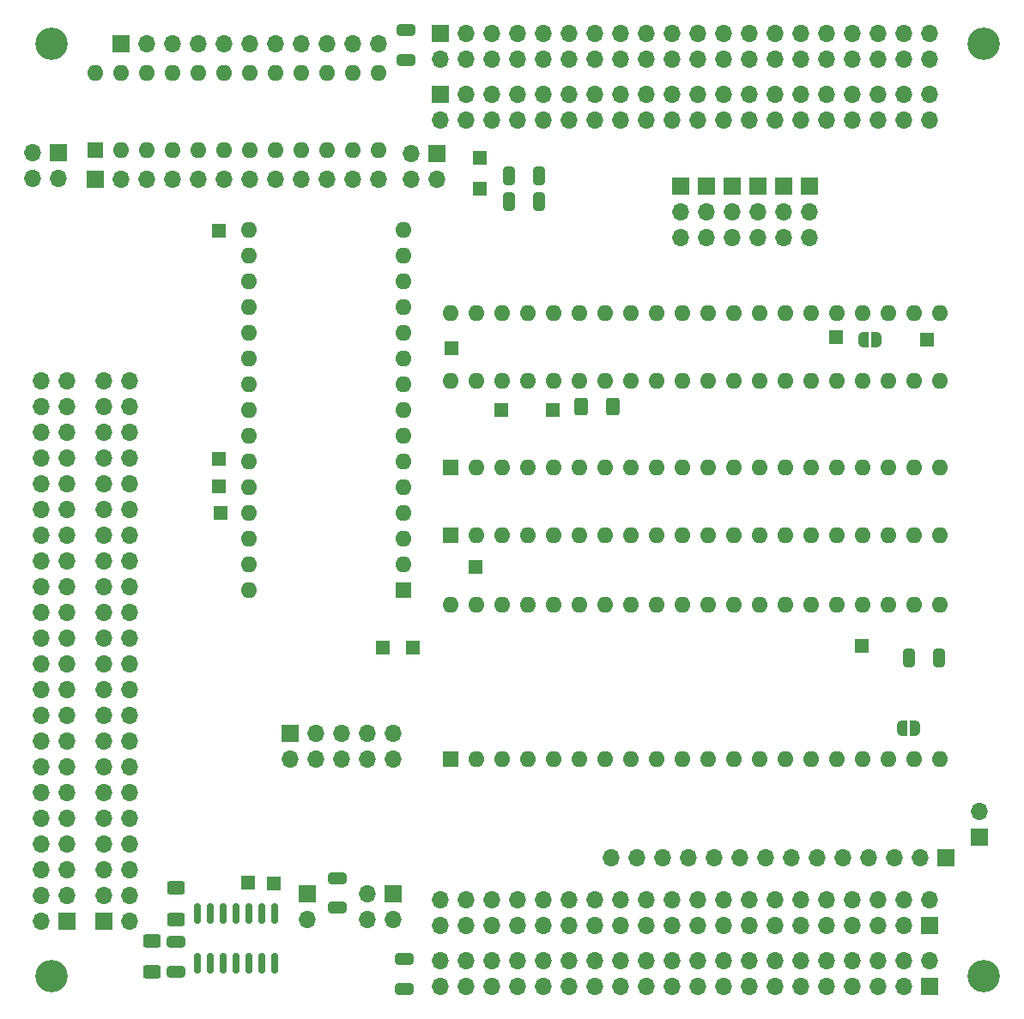
<source format=gbr>
%TF.GenerationSoftware,KiCad,Pcbnew,8.0.5-8.0.5-0~ubuntu22.04.1*%
%TF.CreationDate,2024-10-05T20:14:47+02:00*%
%TF.ProjectId,MP_Board,4d505f42-6f61-4726-942e-6b696361645f,rev?*%
%TF.SameCoordinates,Original*%
%TF.FileFunction,Soldermask,Bot*%
%TF.FilePolarity,Negative*%
%FSLAX46Y46*%
G04 Gerber Fmt 4.6, Leading zero omitted, Abs format (unit mm)*
G04 Created by KiCad (PCBNEW 8.0.5-8.0.5-0~ubuntu22.04.1) date 2024-10-05 20:14:47*
%MOMM*%
%LPD*%
G01*
G04 APERTURE LIST*
G04 Aperture macros list*
%AMRoundRect*
0 Rectangle with rounded corners*
0 $1 Rounding radius*
0 $2 $3 $4 $5 $6 $7 $8 $9 X,Y pos of 4 corners*
0 Add a 4 corners polygon primitive as box body*
4,1,4,$2,$3,$4,$5,$6,$7,$8,$9,$2,$3,0*
0 Add four circle primitives for the rounded corners*
1,1,$1+$1,$2,$3*
1,1,$1+$1,$4,$5*
1,1,$1+$1,$6,$7*
1,1,$1+$1,$8,$9*
0 Add four rect primitives between the rounded corners*
20,1,$1+$1,$2,$3,$4,$5,0*
20,1,$1+$1,$4,$5,$6,$7,0*
20,1,$1+$1,$6,$7,$8,$9,0*
20,1,$1+$1,$8,$9,$2,$3,0*%
%AMFreePoly0*
4,1,19,0.500000,-0.750000,0.000000,-0.750000,0.000000,-0.744911,-0.071157,-0.744911,-0.207708,-0.704816,-0.327430,-0.627875,-0.420627,-0.520320,-0.479746,-0.390866,-0.500000,-0.250000,-0.500000,0.250000,-0.479746,0.390866,-0.420627,0.520320,-0.327430,0.627875,-0.207708,0.704816,-0.071157,0.744911,0.000000,0.744911,0.000000,0.750000,0.500000,0.750000,0.500000,-0.750000,0.500000,-0.750000,
$1*%
%AMFreePoly1*
4,1,19,0.000000,0.744911,0.071157,0.744911,0.207708,0.704816,0.327430,0.627875,0.420627,0.520320,0.479746,0.390866,0.500000,0.250000,0.500000,-0.250000,0.479746,-0.390866,0.420627,-0.520320,0.327430,-0.627875,0.207708,-0.704816,0.071157,-0.744911,0.000000,-0.744911,0.000000,-0.750000,-0.500000,-0.750000,-0.500000,0.750000,0.000000,0.750000,0.000000,0.744911,0.000000,0.744911,
$1*%
G04 Aperture macros list end*
%ADD10R,1.700000X1.700000*%
%ADD11O,1.700000X1.700000*%
%ADD12R,1.600000X1.600000*%
%ADD13O,1.600000X1.600000*%
%ADD14R,1.350000X1.350000*%
%ADD15C,3.200000*%
%ADD16RoundRect,0.250000X-0.650000X0.325000X-0.650000X-0.325000X0.650000X-0.325000X0.650000X0.325000X0*%
%ADD17RoundRect,0.250000X0.400000X0.625000X-0.400000X0.625000X-0.400000X-0.625000X0.400000X-0.625000X0*%
%ADD18RoundRect,0.150000X0.150000X-0.825000X0.150000X0.825000X-0.150000X0.825000X-0.150000X-0.825000X0*%
%ADD19RoundRect,0.250000X-0.325000X-0.650000X0.325000X-0.650000X0.325000X0.650000X-0.325000X0.650000X0*%
%ADD20FreePoly0,180.000000*%
%ADD21FreePoly1,180.000000*%
%ADD22RoundRect,0.250000X0.625000X-0.400000X0.625000X0.400000X-0.625000X0.400000X-0.625000X-0.400000X0*%
%ADD23RoundRect,0.250000X0.650000X-0.325000X0.650000X0.325000X-0.650000X0.325000X-0.650000X-0.325000X0*%
%ADD24RoundRect,0.250000X0.325000X0.650000X-0.325000X0.650000X-0.325000X-0.650000X0.325000X-0.650000X0*%
G04 APERTURE END LIST*
D10*
%TO.C,J27*%
X87757000Y-137922000D03*
D11*
X85217000Y-137922000D03*
X87757000Y-140462000D03*
X85217000Y-140462000D03*
%TD*%
D10*
%TO.C,J30*%
X54750000Y-64760000D03*
D11*
X52210000Y-64760000D03*
X54750000Y-67300000D03*
X52210000Y-67300000D03*
%TD*%
D12*
%TO.C,U7*%
X93370400Y-124612400D03*
D13*
X95910400Y-124612400D03*
X98450400Y-124612400D03*
X100990400Y-124612400D03*
X103530400Y-124612400D03*
X106070400Y-124612400D03*
X108610400Y-124612400D03*
X111150400Y-124612400D03*
X113690400Y-124612400D03*
X116230400Y-124612400D03*
X118770400Y-124612400D03*
X121310400Y-124612400D03*
X123850400Y-124612400D03*
X126390400Y-124612400D03*
X128930400Y-124612400D03*
X131470400Y-124612400D03*
X134010400Y-124612400D03*
X136550400Y-124612400D03*
X139090400Y-124612400D03*
X141630400Y-124612400D03*
X141630400Y-109372400D03*
X139090400Y-109372400D03*
X136550400Y-109372400D03*
X134010400Y-109372400D03*
X131470400Y-109372400D03*
X128930400Y-109372400D03*
X126390400Y-109372400D03*
X123850400Y-109372400D03*
X121310400Y-109372400D03*
X118770400Y-109372400D03*
X116230400Y-109372400D03*
X113690400Y-109372400D03*
X111150400Y-109372400D03*
X108610400Y-109372400D03*
X106070400Y-109372400D03*
X103530400Y-109372400D03*
X100990400Y-109372400D03*
X98450400Y-109372400D03*
X95910400Y-109372400D03*
X93370400Y-109372400D03*
%TD*%
D10*
%TO.C,JP5*%
X126238000Y-68072000D03*
D11*
X126238000Y-70612000D03*
X126238000Y-73152000D03*
%TD*%
D14*
%TO.C,J18*%
X73456800Y-136804400D03*
%TD*%
D10*
%TO.C,J36*%
X60850000Y-53950000D03*
D11*
X63390000Y-53950000D03*
X65930000Y-53950000D03*
X68470000Y-53950000D03*
X71010000Y-53950000D03*
X73550000Y-53950000D03*
X76090000Y-53950000D03*
X78630000Y-53950000D03*
X81170000Y-53950000D03*
X83710000Y-53950000D03*
X86250000Y-53950000D03*
%TD*%
D14*
%TO.C,J10*%
X98425000Y-90170000D03*
%TD*%
%TO.C,J23*%
X70750000Y-100275000D03*
%TD*%
D10*
%TO.C,J1*%
X92367000Y-53000000D03*
D11*
X92367000Y-55540000D03*
X94907000Y-53000000D03*
X94907000Y-55540000D03*
X97447000Y-53000000D03*
X97447000Y-55540000D03*
X99987000Y-53000000D03*
X99987000Y-55540000D03*
X102527000Y-53000000D03*
X102527000Y-55540000D03*
X105067000Y-53000000D03*
X105067000Y-55540000D03*
X107607000Y-53000000D03*
X107607000Y-55540000D03*
X110147000Y-53000000D03*
X110147000Y-55540000D03*
X112687000Y-53000000D03*
X112687000Y-55540000D03*
X115227000Y-53000000D03*
X115227000Y-55540000D03*
X117767000Y-53000000D03*
X117767000Y-55540000D03*
X120307000Y-53000000D03*
X120307000Y-55540000D03*
X122847000Y-53000000D03*
X122847000Y-55540000D03*
X125387000Y-53000000D03*
X125387000Y-55540000D03*
X127927000Y-53000000D03*
X127927000Y-55540000D03*
X130467000Y-53000000D03*
X130467000Y-55540000D03*
X133007000Y-53000000D03*
X133007000Y-55540000D03*
X135547000Y-53000000D03*
X135547000Y-55540000D03*
X138087000Y-53000000D03*
X138087000Y-55540000D03*
X140627000Y-53000000D03*
X140627000Y-55540000D03*
%TD*%
D10*
%TO.C,JP4*%
X123698000Y-68072000D03*
D11*
X123698000Y-70612000D03*
X123698000Y-73152000D03*
%TD*%
D14*
%TO.C,J13*%
X103505000Y-90170000D03*
%TD*%
%TO.C,J11*%
X95885000Y-105664000D03*
%TD*%
%TO.C,J20*%
X86725000Y-113550000D03*
%TD*%
D10*
%TO.C,J4*%
X140627000Y-141000000D03*
D11*
X140627000Y-138460000D03*
X138087000Y-141000000D03*
X138087000Y-138460000D03*
X135547000Y-141000000D03*
X135547000Y-138460000D03*
X133007000Y-141000000D03*
X133007000Y-138460000D03*
X130467000Y-141000000D03*
X130467000Y-138460000D03*
X127927000Y-141000000D03*
X127927000Y-138460000D03*
X125387000Y-141000000D03*
X125387000Y-138460000D03*
X122847000Y-141000000D03*
X122847000Y-138460000D03*
X120307000Y-141000000D03*
X120307000Y-138460000D03*
X117767000Y-141000000D03*
X117767000Y-138460000D03*
X115227000Y-141000000D03*
X115227000Y-138460000D03*
X112687000Y-141000000D03*
X112687000Y-138460000D03*
X110147000Y-141000000D03*
X110147000Y-138460000D03*
X107607000Y-141000000D03*
X107607000Y-138460000D03*
X105067000Y-141000000D03*
X105067000Y-138460000D03*
X102527000Y-141000000D03*
X102527000Y-138460000D03*
X99987000Y-141000000D03*
X99987000Y-138460000D03*
X97447000Y-141000000D03*
X97447000Y-138460000D03*
X94907000Y-141000000D03*
X94907000Y-138460000D03*
X92367000Y-141000000D03*
X92367000Y-138460000D03*
%TD*%
D10*
%TO.C,J31*%
X92040000Y-64850000D03*
D11*
X89500000Y-64850000D03*
X92040000Y-67390000D03*
X89500000Y-67390000D03*
%TD*%
D14*
%TO.C,J22*%
X70525000Y-72450000D03*
%TD*%
D10*
%TO.C,J29*%
X58360000Y-67325000D03*
D11*
X60900000Y-67325000D03*
X63440000Y-67325000D03*
X65980000Y-67325000D03*
X68520000Y-67325000D03*
X71060000Y-67325000D03*
X73600000Y-67325000D03*
X76140000Y-67325000D03*
X78680000Y-67325000D03*
X81220000Y-67325000D03*
X83760000Y-67325000D03*
X86300000Y-67325000D03*
%TD*%
D10*
%TO.C,JP1*%
X116078000Y-68072000D03*
D11*
X116078000Y-70612000D03*
X116078000Y-73152000D03*
%TD*%
D14*
%TO.C,J7*%
X96266000Y-65278000D03*
%TD*%
D10*
%TO.C,J19*%
X59182000Y-140614400D03*
D11*
X61722000Y-140614400D03*
X59182000Y-138074400D03*
X61722000Y-138074400D03*
X59182000Y-135534400D03*
X61722000Y-135534400D03*
X59182000Y-132994400D03*
X61722000Y-132994400D03*
X59182000Y-130454400D03*
X61722000Y-130454400D03*
X59182000Y-127914400D03*
X61722000Y-127914400D03*
X59182000Y-125374400D03*
X61722000Y-125374400D03*
X59182000Y-122834400D03*
X61722000Y-122834400D03*
X59182000Y-120294400D03*
X61722000Y-120294400D03*
X59182000Y-117754400D03*
X61722000Y-117754400D03*
X59182000Y-115214400D03*
X61722000Y-115214400D03*
X59182000Y-112674400D03*
X61722000Y-112674400D03*
X59182000Y-110134400D03*
X61722000Y-110134400D03*
X59182000Y-107594400D03*
X61722000Y-107594400D03*
X59182000Y-105054400D03*
X61722000Y-105054400D03*
X59182000Y-102514400D03*
X61722000Y-102514400D03*
X59182000Y-99974400D03*
X61722000Y-99974400D03*
X59182000Y-97434400D03*
X61722000Y-97434400D03*
X59182000Y-94894400D03*
X61722000Y-94894400D03*
X59182000Y-92354400D03*
X61722000Y-92354400D03*
X59182000Y-89814400D03*
X61722000Y-89814400D03*
X59182000Y-87274400D03*
X61722000Y-87274400D03*
%TD*%
D14*
%TO.C,J17*%
X75996800Y-136855200D03*
%TD*%
%TO.C,J12*%
X93472000Y-84074000D03*
%TD*%
D12*
%TO.C,U6*%
X93380000Y-102454000D03*
D13*
X95920000Y-102454000D03*
X98460000Y-102454000D03*
X101000000Y-102454000D03*
X103540000Y-102454000D03*
X106080000Y-102454000D03*
X108620000Y-102454000D03*
X111160000Y-102454000D03*
X113700000Y-102454000D03*
X116240000Y-102454000D03*
X118780000Y-102454000D03*
X121320000Y-102454000D03*
X123860000Y-102454000D03*
X126400000Y-102454000D03*
X128940000Y-102454000D03*
X131480000Y-102454000D03*
X134020000Y-102454000D03*
X136560000Y-102454000D03*
X139100000Y-102454000D03*
X141640000Y-102454000D03*
X141640000Y-87214000D03*
X139100000Y-87214000D03*
X136560000Y-87214000D03*
X134020000Y-87214000D03*
X131480000Y-87214000D03*
X128940000Y-87214000D03*
X126400000Y-87214000D03*
X123860000Y-87214000D03*
X121320000Y-87214000D03*
X118780000Y-87214000D03*
X116240000Y-87214000D03*
X113700000Y-87214000D03*
X111160000Y-87214000D03*
X108620000Y-87214000D03*
X106080000Y-87214000D03*
X103540000Y-87214000D03*
X101000000Y-87214000D03*
X98460000Y-87214000D03*
X95920000Y-87214000D03*
X93380000Y-87214000D03*
%TD*%
D10*
%TO.C,J26*%
X145517000Y-132314000D03*
D11*
X145517000Y-129774000D03*
%TD*%
D10*
%TO.C,J2*%
X140627000Y-147000000D03*
D11*
X140627000Y-144460000D03*
X138087000Y-147000000D03*
X138087000Y-144460000D03*
X135547000Y-147000000D03*
X135547000Y-144460000D03*
X133007000Y-147000000D03*
X133007000Y-144460000D03*
X130467000Y-147000000D03*
X130467000Y-144460000D03*
X127927000Y-147000000D03*
X127927000Y-144460000D03*
X125387000Y-147000000D03*
X125387000Y-144460000D03*
X122847000Y-147000000D03*
X122847000Y-144460000D03*
X120307000Y-147000000D03*
X120307000Y-144460000D03*
X117767000Y-147000000D03*
X117767000Y-144460000D03*
X115227000Y-147000000D03*
X115227000Y-144460000D03*
X112687000Y-147000000D03*
X112687000Y-144460000D03*
X110147000Y-147000000D03*
X110147000Y-144460000D03*
X107607000Y-147000000D03*
X107607000Y-144460000D03*
X105067000Y-147000000D03*
X105067000Y-144460000D03*
X102527000Y-147000000D03*
X102527000Y-144460000D03*
X99987000Y-147000000D03*
X99987000Y-144460000D03*
X97447000Y-147000000D03*
X97447000Y-144460000D03*
X94907000Y-147000000D03*
X94907000Y-144460000D03*
X92367000Y-147000000D03*
X92367000Y-144460000D03*
%TD*%
D10*
%TO.C,J14*%
X55540000Y-140627000D03*
D11*
X53000000Y-140627000D03*
X55540000Y-138087000D03*
X53000000Y-138087000D03*
X55540000Y-135547000D03*
X53000000Y-135547000D03*
X55540000Y-133007000D03*
X53000000Y-133007000D03*
X55540000Y-130467000D03*
X53000000Y-130467000D03*
X55540000Y-127927000D03*
X53000000Y-127927000D03*
X55540000Y-125387000D03*
X53000000Y-125387000D03*
X55540000Y-122847000D03*
X53000000Y-122847000D03*
X55540000Y-120307000D03*
X53000000Y-120307000D03*
X55540000Y-117767000D03*
X53000000Y-117767000D03*
X55540000Y-115227000D03*
X53000000Y-115227000D03*
X55540000Y-112687000D03*
X53000000Y-112687000D03*
X55540000Y-110147000D03*
X53000000Y-110147000D03*
X55540000Y-107607000D03*
X53000000Y-107607000D03*
X55540000Y-105067000D03*
X53000000Y-105067000D03*
X55540000Y-102527000D03*
X53000000Y-102527000D03*
X55540000Y-99987000D03*
X53000000Y-99987000D03*
X55540000Y-97447000D03*
X53000000Y-97447000D03*
X55540000Y-94907000D03*
X53000000Y-94907000D03*
X55540000Y-92367000D03*
X53000000Y-92367000D03*
X55540000Y-89827000D03*
X53000000Y-89827000D03*
X55540000Y-87287000D03*
X53000000Y-87287000D03*
%TD*%
D14*
%TO.C,J25*%
X70550000Y-97625000D03*
%TD*%
D10*
%TO.C,J16*%
X77580000Y-122085000D03*
D11*
X77580000Y-124625000D03*
X80120000Y-122085000D03*
X80120000Y-124625000D03*
X82660000Y-122085000D03*
X82660000Y-124625000D03*
X85200000Y-122085000D03*
X85200000Y-124625000D03*
X87740000Y-122085000D03*
X87740000Y-124625000D03*
%TD*%
D15*
%TO.C,H3*%
X146000000Y-54000000D03*
%TD*%
D14*
%TO.C,J6*%
X96266000Y-68326000D03*
%TD*%
D10*
%TO.C,J28*%
X79248000Y-137922000D03*
D11*
X79248000Y-140462000D03*
%TD*%
D10*
%TO.C,J5*%
X142240000Y-134366000D03*
D11*
X139700000Y-134366000D03*
X137160000Y-134366000D03*
X134620000Y-134366000D03*
X132080000Y-134366000D03*
X129540000Y-134366000D03*
X127000000Y-134366000D03*
X124460000Y-134366000D03*
X121920000Y-134366000D03*
X119380000Y-134366000D03*
X116840000Y-134366000D03*
X114300000Y-134366000D03*
X111760000Y-134366000D03*
X109220000Y-134366000D03*
%TD*%
D10*
%TO.C,JP6*%
X128778000Y-68072000D03*
D11*
X128778000Y-70612000D03*
X128778000Y-73152000D03*
%TD*%
D12*
%TO.C,J35*%
X58355000Y-64475000D03*
D13*
X60895000Y-64475000D03*
X63435000Y-64475000D03*
X65975000Y-64475000D03*
X68515000Y-64475000D03*
X71055000Y-64475000D03*
X73595000Y-64475000D03*
X76135000Y-64475000D03*
X78675000Y-64475000D03*
X81215000Y-64475000D03*
X83755000Y-64475000D03*
X86295000Y-64475000D03*
X86295000Y-56855000D03*
X83755000Y-56855000D03*
X81215000Y-56855000D03*
X78675000Y-56855000D03*
X76135000Y-56855000D03*
X73595000Y-56855000D03*
X71055000Y-56855000D03*
X68515000Y-56855000D03*
X65975000Y-56855000D03*
X63435000Y-56855000D03*
X60895000Y-56855000D03*
X58355000Y-56855000D03*
%TD*%
D12*
%TO.C,A1*%
X88725000Y-107950000D03*
D13*
X88725000Y-105410000D03*
X88725000Y-102870000D03*
X88725000Y-100330000D03*
X88725000Y-97790000D03*
X88725000Y-95250000D03*
X88725000Y-92710000D03*
X88725000Y-90170000D03*
X88725000Y-87630000D03*
X88725000Y-85090000D03*
X88725000Y-82550000D03*
X88725000Y-80010000D03*
X88725000Y-77470000D03*
X88725000Y-74930000D03*
X88725000Y-72390000D03*
X73485000Y-72390000D03*
X73485000Y-74930000D03*
X73485000Y-77470000D03*
X73485000Y-80010000D03*
X73485000Y-82550000D03*
X73485000Y-85090000D03*
X73485000Y-87630000D03*
X73485000Y-90170000D03*
X73485000Y-92710000D03*
X73485000Y-95250000D03*
X73485000Y-97790000D03*
X73485000Y-100330000D03*
X73485000Y-102870000D03*
X73485000Y-105410000D03*
X73485000Y-107950000D03*
%TD*%
D10*
%TO.C,J3*%
X92367000Y-59000000D03*
D11*
X92367000Y-61540000D03*
X94907000Y-59000000D03*
X94907000Y-61540000D03*
X97447000Y-59000000D03*
X97447000Y-61540000D03*
X99987000Y-59000000D03*
X99987000Y-61540000D03*
X102527000Y-59000000D03*
X102527000Y-61540000D03*
X105067000Y-59000000D03*
X105067000Y-61540000D03*
X107607000Y-59000000D03*
X107607000Y-61540000D03*
X110147000Y-59000000D03*
X110147000Y-61540000D03*
X112687000Y-59000000D03*
X112687000Y-61540000D03*
X115227000Y-59000000D03*
X115227000Y-61540000D03*
X117767000Y-59000000D03*
X117767000Y-61540000D03*
X120307000Y-59000000D03*
X120307000Y-61540000D03*
X122847000Y-59000000D03*
X122847000Y-61540000D03*
X125387000Y-59000000D03*
X125387000Y-61540000D03*
X127927000Y-59000000D03*
X127927000Y-61540000D03*
X130467000Y-59000000D03*
X130467000Y-61540000D03*
X133007000Y-59000000D03*
X133007000Y-61540000D03*
X135547000Y-59000000D03*
X135547000Y-61540000D03*
X138087000Y-59000000D03*
X138087000Y-61540000D03*
X140627000Y-59000000D03*
X140627000Y-61540000D03*
%TD*%
D14*
%TO.C,J21*%
X89675000Y-113600000D03*
%TD*%
D15*
%TO.C,H1*%
X54000000Y-54000000D03*
%TD*%
D10*
%TO.C,JP3*%
X121158000Y-68072000D03*
D11*
X121158000Y-70612000D03*
X121158000Y-73152000D03*
%TD*%
D15*
%TO.C,H2*%
X54000000Y-146000000D03*
%TD*%
D10*
%TO.C,JP2*%
X118618000Y-68072000D03*
D11*
X118618000Y-70612000D03*
X118618000Y-73152000D03*
%TD*%
D12*
%TO.C,U2*%
X93406000Y-95786000D03*
D13*
X95946000Y-95786000D03*
X98486000Y-95786000D03*
X101026000Y-95786000D03*
X103566000Y-95786000D03*
X106106000Y-95786000D03*
X108646000Y-95786000D03*
X111186000Y-95786000D03*
X113726000Y-95786000D03*
X116266000Y-95786000D03*
X118806000Y-95786000D03*
X121346000Y-95786000D03*
X123886000Y-95786000D03*
X126426000Y-95786000D03*
X128966000Y-95786000D03*
X131506000Y-95786000D03*
X134046000Y-95786000D03*
X136586000Y-95786000D03*
X139126000Y-95786000D03*
X141666000Y-95786000D03*
X141666000Y-80546000D03*
X139126000Y-80546000D03*
X136586000Y-80546000D03*
X134046000Y-80546000D03*
X131506000Y-80546000D03*
X128966000Y-80546000D03*
X126426000Y-80546000D03*
X123886000Y-80546000D03*
X121346000Y-80546000D03*
X118806000Y-80546000D03*
X116266000Y-80546000D03*
X113726000Y-80546000D03*
X111186000Y-80546000D03*
X108646000Y-80546000D03*
X106106000Y-80546000D03*
X103566000Y-80546000D03*
X101026000Y-80546000D03*
X98486000Y-80546000D03*
X95946000Y-80546000D03*
X93406000Y-80546000D03*
%TD*%
D14*
%TO.C,J24*%
X70525000Y-95000000D03*
%TD*%
D15*
%TO.C,H4*%
X146000000Y-146000000D03*
%TD*%
D14*
%TO.C,J15*%
X133985000Y-113411000D03*
%TD*%
D16*
%TO.C,C2*%
X88800000Y-144300000D03*
X88800000Y-147250000D03*
%TD*%
D17*
%TO.C,R1*%
X109373000Y-89789000D03*
X106273000Y-89789000D03*
%TD*%
D14*
%TO.C,J8*%
X131445000Y-82931000D03*
%TD*%
D18*
%TO.C,U3*%
X76073000Y-144777000D03*
X74803000Y-144777000D03*
X73533000Y-144777000D03*
X72263000Y-144777000D03*
X70993000Y-144777000D03*
X69723000Y-144777000D03*
X68453000Y-144777000D03*
X68453000Y-139827000D03*
X69723000Y-139827000D03*
X70993000Y-139827000D03*
X72263000Y-139827000D03*
X73533000Y-139827000D03*
X74803000Y-139827000D03*
X76073000Y-139827000D03*
%TD*%
D19*
%TO.C,C5*%
X99158000Y-69596000D03*
X102108000Y-69596000D03*
%TD*%
D14*
%TO.C,J9*%
X140370000Y-83150000D03*
%TD*%
D16*
%TO.C,C9*%
X82225000Y-136325000D03*
X82225000Y-139275000D03*
%TD*%
D20*
%TO.C,JP11*%
X139232400Y-121564400D03*
D21*
X137932400Y-121564400D03*
%TD*%
D22*
%TO.C,R2*%
X63950000Y-145600000D03*
X63950000Y-142500000D03*
%TD*%
D16*
%TO.C,C8*%
X66325000Y-142625000D03*
X66325000Y-145575000D03*
%TD*%
D23*
%TO.C,C1*%
X89000000Y-55600000D03*
X89000000Y-52650000D03*
%TD*%
D24*
%TO.C,C7*%
X141581400Y-114604800D03*
X138631400Y-114604800D03*
%TD*%
D20*
%TO.C,JP7*%
X135432000Y-83150000D03*
D21*
X134132000Y-83150000D03*
%TD*%
D22*
%TO.C,R3*%
X66294000Y-140387000D03*
X66294000Y-137287000D03*
%TD*%
D19*
%TO.C,C4*%
X99158000Y-67056000D03*
X102108000Y-67056000D03*
%TD*%
M02*

</source>
